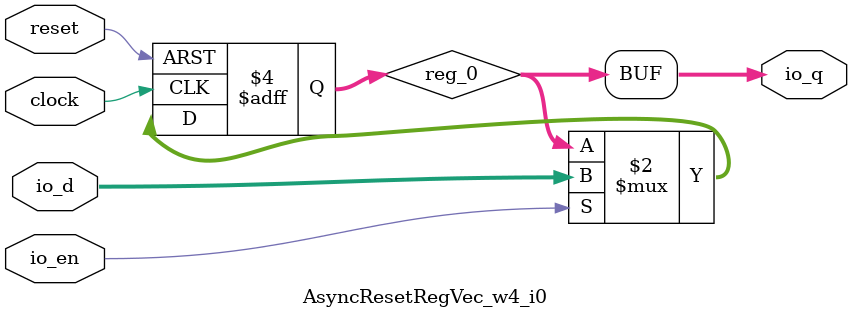
<source format=sv>
`ifndef RANDOMIZE
  `ifdef RANDOMIZE_REG_INIT
    `define RANDOMIZE
  `endif // RANDOMIZE_REG_INIT
`endif // not def RANDOMIZE
`ifndef RANDOMIZE
  `ifdef RANDOMIZE_MEM_INIT
    `define RANDOMIZE
  `endif // RANDOMIZE_MEM_INIT
`endif // not def RANDOMIZE

`ifndef RANDOM
  `define RANDOM $random
`endif // not def RANDOM

// Users can define 'PRINTF_COND' to add an extra gate to prints.
`ifndef PRINTF_COND_
  `ifdef PRINTF_COND
    `define PRINTF_COND_ (`PRINTF_COND)
  `else  // PRINTF_COND
    `define PRINTF_COND_ 1
  `endif // PRINTF_COND
`endif // not def PRINTF_COND_

// Users can define 'ASSERT_VERBOSE_COND' to add an extra gate to assert error printing.
`ifndef ASSERT_VERBOSE_COND_
  `ifdef ASSERT_VERBOSE_COND
    `define ASSERT_VERBOSE_COND_ (`ASSERT_VERBOSE_COND)
  `else  // ASSERT_VERBOSE_COND
    `define ASSERT_VERBOSE_COND_ 1
  `endif // ASSERT_VERBOSE_COND
`endif // not def ASSERT_VERBOSE_COND_

// Users can define 'STOP_COND' to add an extra gate to stop conditions.
`ifndef STOP_COND_
  `ifdef STOP_COND
    `define STOP_COND_ (`STOP_COND)
  `else  // STOP_COND
    `define STOP_COND_ 1
  `endif // STOP_COND
`endif // not def STOP_COND_

// Users can define INIT_RANDOM as general code that gets injected into the
// initializer block for modules with registers.
`ifndef INIT_RANDOM
  `define INIT_RANDOM
`endif // not def INIT_RANDOM

// If using random initialization, you can also define RANDOMIZE_DELAY to
// customize the delay used, otherwise 0.002 is used.
`ifndef RANDOMIZE_DELAY
  `define RANDOMIZE_DELAY 0.002
`endif // not def RANDOMIZE_DELAY

// Define INIT_RANDOM_PROLOG_ for use in our modules below.
`ifndef INIT_RANDOM_PROLOG_
  `ifdef RANDOMIZE
    `ifdef VERILATOR
      `define INIT_RANDOM_PROLOG_ `INIT_RANDOM
    `else  // VERILATOR
      `define INIT_RANDOM_PROLOG_ `INIT_RANDOM #`RANDOMIZE_DELAY begin end
    `endif // VERILATOR
  `else  // RANDOMIZE
    `define INIT_RANDOM_PROLOG_
  `endif // RANDOMIZE
`endif // not def INIT_RANDOM_PROLOG_

module AsyncResetRegVec_w4_i0(
  input        clock,
               reset,
  input  [3:0] io_d,
  input        io_en,
  output [3:0] io_q
);

  reg [3:0] reg_0;	// @[AsyncResetReg.scala:63:50]
  always @(posedge clock or posedge reset) begin
    if (reset)
      reg_0 <= 4'h0;	// @[AsyncResetReg.scala:63:50]
    else if (io_en)
      reg_0 <= io_d;	// @[AsyncResetReg.scala:63:50]
  end // always @(posedge, posedge)
  `ifndef SYNTHESIS
    `ifdef FIRRTL_BEFORE_INITIAL
      `FIRRTL_BEFORE_INITIAL
    `endif // FIRRTL_BEFORE_INITIAL
    logic [31:0] _RANDOM_0;
    initial begin
      `ifdef INIT_RANDOM_PROLOG_
        `INIT_RANDOM_PROLOG_
      `endif // INIT_RANDOM_PROLOG_
      `ifdef RANDOMIZE_REG_INIT
        _RANDOM_0 = `RANDOM;
        reg_0 = _RANDOM_0[3:0];	// @[AsyncResetReg.scala:63:50]
      `endif // RANDOMIZE_REG_INIT
      `ifdef RANDOMIZE
        if (reset)
          reg_0 = 4'h0;	// @[AsyncResetReg.scala:63:50]
      `endif // RANDOMIZE
    end // initial
    `ifdef FIRRTL_AFTER_INITIAL
      `FIRRTL_AFTER_INITIAL
    `endif // FIRRTL_AFTER_INITIAL
  `endif // not def SYNTHESIS
  assign io_q = reg_0;	// @[AsyncResetReg.scala:63:50]
endmodule


</source>
